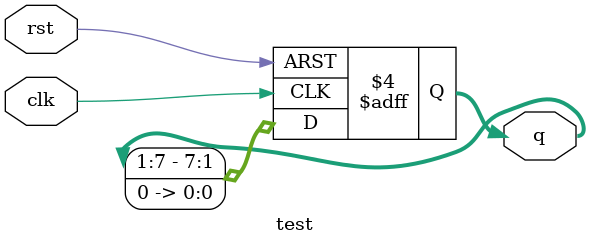
<source format=v>
module test(
	input clk,
	input rst,
	output reg [0:7]q
	);


	always@(posedge clk, negedge rst) begin
		if(!rst)
			q <= 8'd1;
		else
			q <= q << 1;
	end
		

endmodule
</source>
